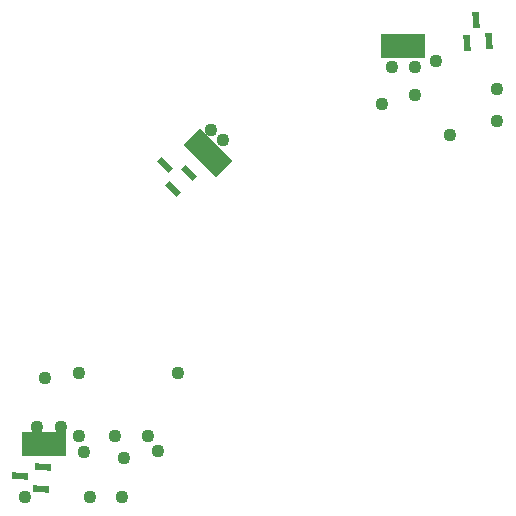
<source format=gbs>
G04*
G04 #@! TF.GenerationSoftware,Altium Limited,Altium Designer,24.1.2 (44)*
G04*
G04 Layer_Color=16711935*
%FSLAX25Y25*%
%MOIN*%
G70*
G04*
G04 #@! TF.SameCoordinates,00511CFA-0F04-46CA-AFF9-E4457DF0149F*
G04*
G04*
G04 #@! TF.FilePolarity,Negative*
G04*
G01*
G75*
%ADD19C,0.04362*%
G04:AMPARAMS|DCode=28|XSize=21mil|YSize=52mil|CornerRadius=0mil|HoleSize=0mil|Usage=FLASHONLY|Rotation=185.000|XOffset=0mil|YOffset=0mil|HoleType=Round|Shape=Rectangle|*
%AMROTATEDRECTD28*
4,1,4,0.00819,0.02682,0.01273,-0.02499,-0.00819,-0.02682,-0.01273,0.02499,0.00819,0.02682,0.0*
%
%ADD28ROTATEDRECTD28*%

G04:AMPARAMS|DCode=29|XSize=21mil|YSize=52mil|CornerRadius=0mil|HoleSize=0mil|Usage=FLASHONLY|Rotation=265.000|XOffset=0mil|YOffset=0mil|HoleType=Round|Shape=Rectangle|*
%AMROTATEDRECTD29*
4,1,4,-0.02499,0.01273,0.02682,0.00819,0.02499,-0.01273,-0.02682,-0.00819,-0.02499,0.01273,0.0*
%
%ADD29ROTATEDRECTD29*%

G04:AMPARAMS|DCode=32|XSize=21mil|YSize=52mil|CornerRadius=0mil|HoleSize=0mil|Usage=FLASHONLY|Rotation=225.000|XOffset=0mil|YOffset=0mil|HoleType=Round|Shape=Rectangle|*
%AMROTATEDRECTD32*
4,1,4,-0.01096,0.02581,0.02581,-0.01096,0.01096,-0.02581,-0.02581,0.01096,-0.01096,0.02581,0.0*
%
%ADD32ROTATEDRECTD32*%

%ADD33R,0.07709X0.07906*%
G04:AMPARAMS|DCode=34|XSize=79.06mil|YSize=77.09mil|CornerRadius=0mil|HoleSize=0mil|Usage=FLASHONLY|Rotation=45.000|XOffset=0mil|YOffset=0mil|HoleType=Round|Shape=Rectangle|*
%AMROTATEDRECTD34*
4,1,4,-0.00070,-0.05520,-0.05520,-0.00070,0.00070,0.05520,0.05520,0.00070,-0.00070,-0.05520,0.0*
%
%ADD34ROTATEDRECTD34*%

D19*
X-34824Y141572D02*
D03*
X-114039Y48871D02*
D03*
X-120693Y22894D02*
D03*
X-152876Y30959D02*
D03*
X-146920Y48871D02*
D03*
X-7592Y132819D02*
D03*
X-7581Y143405D02*
D03*
X-23120Y128221D02*
D03*
X-46000Y138579D02*
D03*
X-28000Y153000D02*
D03*
X-160807Y30803D02*
D03*
X-34866Y151000D02*
D03*
X-42642D02*
D03*
X-102815Y130034D02*
D03*
X-98775Y126596D02*
D03*
X-160807Y30959D02*
D03*
X-131732Y20424D02*
D03*
X-145315Y22709D02*
D03*
X-143137Y7687D02*
D03*
X-132405D02*
D03*
X-146920Y27821D02*
D03*
X-158126Y47165D02*
D03*
X-123850Y27999D02*
D03*
X-134882Y27821D02*
D03*
X-164989Y7508D02*
D03*
D28*
X-14562Y166450D02*
D03*
X-17643Y158752D02*
D03*
X-10192Y159404D02*
D03*
D29*
X-158752Y17643D02*
D03*
X-159404Y10192D02*
D03*
X-166450Y14562D02*
D03*
D32*
X-118148Y118148D02*
D03*
X-115560Y110270D02*
D03*
X-110270Y115560D02*
D03*
D33*
X-35358Y157765D02*
D03*
X-42642D02*
D03*
X-154779Y25343D02*
D03*
X-162063Y25343D02*
D03*
D34*
X-101284Y119647D02*
D03*
X-106434Y124797D02*
D03*
M02*

</source>
